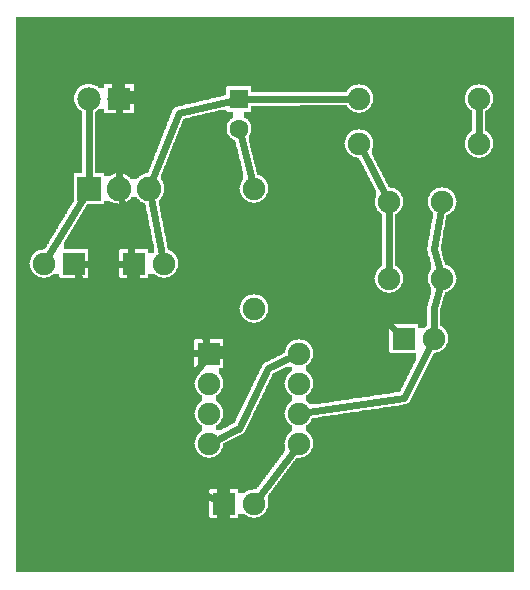
<source format=gtl>
G04 MADE WITH FRITZING*
G04 WWW.FRITZING.ORG*
G04 DOUBLE SIDED*
G04 HOLES PLATED*
G04 CONTOUR ON CENTER OF CONTOUR VECTOR*
%ASAXBY*%
%FSLAX23Y23*%
%MOIN*%
%OFA0B0*%
%SFA1.0B1.0*%
%ADD10C,0.075000*%
%ADD11C,0.062992*%
%ADD12C,0.082000*%
%ADD13C,0.078000*%
%ADD14R,0.075000X0.075000*%
%ADD15R,0.062992X0.062992*%
%ADD16R,0.082000X0.082000*%
%ADD17R,0.078000X0.078000*%
%ADD18C,0.024000*%
%LNCOPPER1*%
G90*
G70*
G54D10*
X122Y1816D03*
X682Y771D03*
X982Y771D03*
X682Y671D03*
X982Y671D03*
X682Y571D03*
X982Y571D03*
X682Y471D03*
X982Y471D03*
X1582Y1621D03*
X1182Y1621D03*
X1182Y1471D03*
X1582Y1471D03*
X1332Y821D03*
X1432Y821D03*
X732Y271D03*
X832Y271D03*
X832Y921D03*
X832Y1321D03*
G54D11*
X782Y1620D03*
X782Y1521D03*
G54D10*
X1282Y1021D03*
X1282Y1277D03*
X1460Y1021D03*
X1460Y1277D03*
G54D12*
X282Y1321D03*
X382Y1321D03*
X482Y1321D03*
G54D10*
X232Y1071D03*
X132Y1071D03*
X432Y1071D03*
X532Y1071D03*
G54D13*
X382Y1621D03*
X282Y1621D03*
G54D14*
X682Y771D03*
X1332Y821D03*
X732Y271D03*
G54D15*
X782Y1620D03*
G54D16*
X282Y1321D03*
G54D14*
X232Y1071D03*
X432Y1071D03*
G54D17*
X382Y1621D03*
G54D18*
X282Y1353D02*
X282Y1591D01*
D02*
X382Y1353D02*
X382Y1591D01*
D02*
X147Y1096D02*
X266Y1294D01*
D02*
X282Y923D02*
X241Y1044D01*
D02*
X483Y773D02*
X282Y923D01*
D02*
X654Y772D02*
X483Y773D01*
D02*
X527Y1099D02*
X489Y1290D01*
D02*
X581Y1572D02*
X494Y1351D01*
D02*
X756Y1614D02*
X581Y1572D01*
D02*
X809Y1620D02*
X1154Y1621D01*
D02*
X789Y1495D02*
X826Y1349D01*
D02*
X1582Y1500D02*
X1582Y1593D01*
D02*
X1269Y1303D02*
X1196Y1446D01*
D02*
X1282Y1050D02*
X1282Y1249D01*
D02*
X1334Y623D02*
X1011Y575D01*
D02*
X1420Y796D02*
X1334Y623D01*
D02*
X1432Y923D02*
X1452Y994D01*
D02*
X1432Y850D02*
X1432Y923D01*
D02*
X427Y1099D02*
X389Y1290D01*
D02*
X404Y1071D02*
X261Y1071D01*
D02*
X1432Y1119D02*
X1455Y1249D01*
D02*
X1452Y1049D02*
X1432Y1119D01*
D02*
X850Y294D02*
X965Y448D01*
D02*
X534Y572D02*
X665Y748D01*
D02*
X534Y371D02*
X534Y572D01*
D02*
X707Y284D02*
X534Y371D01*
D02*
X708Y484D02*
X781Y522D01*
D02*
X880Y722D02*
X957Y759D01*
D02*
X782Y521D02*
X880Y722D01*
D02*
X781Y522D02*
X782Y521D01*
D02*
X1334Y820D02*
X1351Y799D01*
D02*
X731Y1119D02*
X932Y1119D01*
D02*
X1034Y1021D02*
X1184Y970D01*
D02*
X932Y1119D02*
X1034Y1021D01*
D02*
X1184Y970D02*
X1334Y820D01*
D02*
X632Y970D02*
X731Y1119D01*
D02*
X675Y799D02*
X632Y970D01*
G36*
X40Y1892D02*
X40Y1670D01*
X1586Y1670D01*
X1586Y1668D01*
X1596Y1668D01*
X1596Y1666D01*
X1602Y1666D01*
X1602Y1664D01*
X1606Y1664D01*
X1606Y1662D01*
X1608Y1662D01*
X1608Y1660D01*
X1612Y1660D01*
X1612Y1658D01*
X1614Y1658D01*
X1614Y1656D01*
X1616Y1656D01*
X1616Y1654D01*
X1618Y1654D01*
X1618Y1652D01*
X1620Y1652D01*
X1620Y1650D01*
X1622Y1650D01*
X1622Y1646D01*
X1624Y1646D01*
X1624Y1642D01*
X1626Y1642D01*
X1626Y1638D01*
X1628Y1638D01*
X1628Y1630D01*
X1630Y1630D01*
X1630Y1612D01*
X1628Y1612D01*
X1628Y1606D01*
X1626Y1606D01*
X1626Y1602D01*
X1624Y1602D01*
X1624Y1598D01*
X1622Y1598D01*
X1622Y1594D01*
X1620Y1594D01*
X1620Y1592D01*
X1618Y1592D01*
X1618Y1590D01*
X1616Y1590D01*
X1616Y1588D01*
X1614Y1588D01*
X1614Y1586D01*
X1612Y1586D01*
X1612Y1584D01*
X1610Y1584D01*
X1610Y1582D01*
X1606Y1582D01*
X1606Y1580D01*
X1604Y1580D01*
X1604Y1514D01*
X1606Y1514D01*
X1606Y1512D01*
X1608Y1512D01*
X1608Y1510D01*
X1612Y1510D01*
X1612Y1508D01*
X1614Y1508D01*
X1614Y1506D01*
X1616Y1506D01*
X1616Y1504D01*
X1618Y1504D01*
X1618Y1502D01*
X1620Y1502D01*
X1620Y1500D01*
X1622Y1500D01*
X1622Y1496D01*
X1624Y1496D01*
X1624Y1492D01*
X1626Y1492D01*
X1626Y1488D01*
X1628Y1488D01*
X1628Y1480D01*
X1630Y1480D01*
X1630Y1462D01*
X1628Y1462D01*
X1628Y1456D01*
X1626Y1456D01*
X1626Y1452D01*
X1624Y1452D01*
X1624Y1448D01*
X1622Y1448D01*
X1622Y1444D01*
X1620Y1444D01*
X1620Y1442D01*
X1618Y1442D01*
X1618Y1440D01*
X1616Y1440D01*
X1616Y1438D01*
X1614Y1438D01*
X1614Y1436D01*
X1612Y1436D01*
X1612Y1434D01*
X1610Y1434D01*
X1610Y1432D01*
X1606Y1432D01*
X1606Y1430D01*
X1602Y1430D01*
X1602Y1428D01*
X1598Y1428D01*
X1598Y1426D01*
X1590Y1426D01*
X1590Y1424D01*
X1698Y1424D01*
X1698Y1892D01*
X40Y1892D01*
G37*
D02*
G36*
X40Y1670D02*
X40Y1024D01*
X126Y1024D01*
X126Y1026D01*
X118Y1026D01*
X118Y1028D01*
X112Y1028D01*
X112Y1030D01*
X108Y1030D01*
X108Y1032D01*
X106Y1032D01*
X106Y1034D01*
X102Y1034D01*
X102Y1036D01*
X100Y1036D01*
X100Y1038D01*
X98Y1038D01*
X98Y1040D01*
X96Y1040D01*
X96Y1042D01*
X94Y1042D01*
X94Y1046D01*
X92Y1046D01*
X92Y1050D01*
X90Y1050D01*
X90Y1052D01*
X88Y1052D01*
X88Y1058D01*
X86Y1058D01*
X86Y1070D01*
X84Y1070D01*
X84Y1072D01*
X86Y1072D01*
X86Y1084D01*
X88Y1084D01*
X88Y1090D01*
X90Y1090D01*
X90Y1094D01*
X92Y1094D01*
X92Y1098D01*
X94Y1098D01*
X94Y1100D01*
X96Y1100D01*
X96Y1104D01*
X98Y1104D01*
X98Y1106D01*
X100Y1106D01*
X100Y1108D01*
X104Y1108D01*
X104Y1110D01*
X106Y1110D01*
X106Y1112D01*
X110Y1112D01*
X110Y1114D01*
X112Y1114D01*
X112Y1116D01*
X118Y1116D01*
X118Y1118D01*
X128Y1118D01*
X128Y1120D01*
X136Y1120D01*
X136Y1122D01*
X138Y1122D01*
X138Y1126D01*
X140Y1126D01*
X140Y1128D01*
X142Y1128D01*
X142Y1132D01*
X144Y1132D01*
X144Y1136D01*
X146Y1136D01*
X146Y1138D01*
X148Y1138D01*
X148Y1142D01*
X150Y1142D01*
X150Y1146D01*
X152Y1146D01*
X152Y1148D01*
X154Y1148D01*
X154Y1152D01*
X156Y1152D01*
X156Y1156D01*
X158Y1156D01*
X158Y1158D01*
X160Y1158D01*
X160Y1162D01*
X162Y1162D01*
X162Y1166D01*
X164Y1166D01*
X164Y1168D01*
X166Y1168D01*
X166Y1172D01*
X168Y1172D01*
X168Y1176D01*
X170Y1176D01*
X170Y1178D01*
X172Y1178D01*
X172Y1182D01*
X174Y1182D01*
X174Y1186D01*
X176Y1186D01*
X176Y1188D01*
X178Y1188D01*
X178Y1192D01*
X180Y1192D01*
X180Y1196D01*
X182Y1196D01*
X182Y1198D01*
X184Y1198D01*
X184Y1202D01*
X186Y1202D01*
X186Y1206D01*
X188Y1206D01*
X188Y1208D01*
X190Y1208D01*
X190Y1212D01*
X192Y1212D01*
X192Y1216D01*
X194Y1216D01*
X194Y1218D01*
X196Y1218D01*
X196Y1222D01*
X198Y1222D01*
X198Y1226D01*
X200Y1226D01*
X200Y1228D01*
X202Y1228D01*
X202Y1232D01*
X204Y1232D01*
X204Y1236D01*
X206Y1236D01*
X206Y1238D01*
X208Y1238D01*
X208Y1242D01*
X210Y1242D01*
X210Y1246D01*
X212Y1246D01*
X212Y1248D01*
X214Y1248D01*
X214Y1252D01*
X216Y1252D01*
X216Y1256D01*
X218Y1256D01*
X218Y1258D01*
X220Y1258D01*
X220Y1262D01*
X222Y1262D01*
X222Y1266D01*
X224Y1266D01*
X224Y1268D01*
X226Y1268D01*
X226Y1272D01*
X228Y1272D01*
X228Y1276D01*
X230Y1276D01*
X230Y1278D01*
X232Y1278D01*
X232Y1372D01*
X260Y1372D01*
X260Y1580D01*
X256Y1580D01*
X256Y1582D01*
X252Y1582D01*
X252Y1584D01*
X250Y1584D01*
X250Y1586D01*
X248Y1586D01*
X248Y1588D01*
X246Y1588D01*
X246Y1590D01*
X244Y1590D01*
X244Y1594D01*
X242Y1594D01*
X242Y1596D01*
X240Y1596D01*
X240Y1600D01*
X238Y1600D01*
X238Y1604D01*
X236Y1604D01*
X236Y1610D01*
X234Y1610D01*
X234Y1634D01*
X236Y1634D01*
X236Y1640D01*
X238Y1640D01*
X238Y1644D01*
X240Y1644D01*
X240Y1648D01*
X242Y1648D01*
X242Y1650D01*
X244Y1650D01*
X244Y1652D01*
X246Y1652D01*
X246Y1656D01*
X248Y1656D01*
X248Y1658D01*
X250Y1658D01*
X250Y1660D01*
X254Y1660D01*
X254Y1662D01*
X256Y1662D01*
X256Y1664D01*
X260Y1664D01*
X260Y1666D01*
X264Y1666D01*
X264Y1668D01*
X270Y1668D01*
X270Y1670D01*
X40Y1670D01*
G37*
D02*
G36*
X294Y1670D02*
X294Y1668D01*
X302Y1668D01*
X302Y1666D01*
X304Y1666D01*
X304Y1664D01*
X308Y1664D01*
X308Y1662D01*
X312Y1662D01*
X312Y1660D01*
X314Y1660D01*
X314Y1658D01*
X334Y1658D01*
X334Y1670D01*
X294Y1670D01*
G37*
D02*
G36*
X432Y1670D02*
X432Y1662D01*
X824Y1662D01*
X824Y1642D01*
X982Y1642D01*
X982Y1644D01*
X1142Y1644D01*
X1142Y1648D01*
X1144Y1648D01*
X1144Y1650D01*
X1146Y1650D01*
X1146Y1654D01*
X1148Y1654D01*
X1148Y1656D01*
X1150Y1656D01*
X1150Y1658D01*
X1154Y1658D01*
X1154Y1660D01*
X1156Y1660D01*
X1156Y1662D01*
X1160Y1662D01*
X1160Y1664D01*
X1162Y1664D01*
X1162Y1666D01*
X1168Y1666D01*
X1168Y1668D01*
X1178Y1668D01*
X1178Y1670D01*
X432Y1670D01*
G37*
D02*
G36*
X1186Y1670D02*
X1186Y1668D01*
X1196Y1668D01*
X1196Y1666D01*
X1202Y1666D01*
X1202Y1664D01*
X1206Y1664D01*
X1206Y1662D01*
X1208Y1662D01*
X1208Y1660D01*
X1212Y1660D01*
X1212Y1658D01*
X1214Y1658D01*
X1214Y1656D01*
X1216Y1656D01*
X1216Y1654D01*
X1218Y1654D01*
X1218Y1652D01*
X1220Y1652D01*
X1220Y1650D01*
X1222Y1650D01*
X1222Y1646D01*
X1224Y1646D01*
X1224Y1642D01*
X1226Y1642D01*
X1226Y1638D01*
X1228Y1638D01*
X1228Y1630D01*
X1230Y1630D01*
X1230Y1612D01*
X1228Y1612D01*
X1228Y1606D01*
X1226Y1606D01*
X1226Y1602D01*
X1224Y1602D01*
X1224Y1598D01*
X1222Y1598D01*
X1222Y1594D01*
X1220Y1594D01*
X1220Y1592D01*
X1218Y1592D01*
X1218Y1590D01*
X1216Y1590D01*
X1216Y1588D01*
X1214Y1588D01*
X1214Y1586D01*
X1212Y1586D01*
X1212Y1584D01*
X1210Y1584D01*
X1210Y1582D01*
X1206Y1582D01*
X1206Y1580D01*
X1202Y1580D01*
X1202Y1578D01*
X1198Y1578D01*
X1198Y1576D01*
X1190Y1576D01*
X1190Y1574D01*
X1560Y1574D01*
X1560Y1580D01*
X1558Y1580D01*
X1558Y1582D01*
X1556Y1582D01*
X1556Y1584D01*
X1552Y1584D01*
X1552Y1586D01*
X1550Y1586D01*
X1550Y1588D01*
X1548Y1588D01*
X1548Y1590D01*
X1546Y1590D01*
X1546Y1592D01*
X1544Y1592D01*
X1544Y1596D01*
X1542Y1596D01*
X1542Y1600D01*
X1540Y1600D01*
X1540Y1602D01*
X1538Y1602D01*
X1538Y1608D01*
X1536Y1608D01*
X1536Y1634D01*
X1538Y1634D01*
X1538Y1640D01*
X1540Y1640D01*
X1540Y1644D01*
X1542Y1644D01*
X1542Y1648D01*
X1544Y1648D01*
X1544Y1650D01*
X1546Y1650D01*
X1546Y1654D01*
X1548Y1654D01*
X1548Y1656D01*
X1550Y1656D01*
X1550Y1658D01*
X1554Y1658D01*
X1554Y1660D01*
X1556Y1660D01*
X1556Y1662D01*
X1560Y1662D01*
X1560Y1664D01*
X1562Y1664D01*
X1562Y1666D01*
X1568Y1666D01*
X1568Y1668D01*
X1578Y1668D01*
X1578Y1670D01*
X1186Y1670D01*
G37*
D02*
G36*
X432Y1662D02*
X432Y1574D01*
X430Y1574D01*
X430Y1572D01*
X558Y1572D01*
X558Y1576D01*
X560Y1576D01*
X560Y1582D01*
X562Y1582D01*
X562Y1586D01*
X564Y1586D01*
X564Y1588D01*
X566Y1588D01*
X566Y1590D01*
X568Y1590D01*
X568Y1592D01*
X572Y1592D01*
X572Y1594D01*
X578Y1594D01*
X578Y1596D01*
X588Y1596D01*
X588Y1598D01*
X596Y1598D01*
X596Y1600D01*
X604Y1600D01*
X604Y1602D01*
X614Y1602D01*
X614Y1604D01*
X622Y1604D01*
X622Y1606D01*
X630Y1606D01*
X630Y1608D01*
X638Y1608D01*
X638Y1610D01*
X648Y1610D01*
X648Y1612D01*
X656Y1612D01*
X656Y1614D01*
X664Y1614D01*
X664Y1616D01*
X672Y1616D01*
X672Y1618D01*
X682Y1618D01*
X682Y1620D01*
X690Y1620D01*
X690Y1622D01*
X698Y1622D01*
X698Y1624D01*
X706Y1624D01*
X706Y1626D01*
X716Y1626D01*
X716Y1628D01*
X724Y1628D01*
X724Y1630D01*
X732Y1630D01*
X732Y1632D01*
X740Y1632D01*
X740Y1660D01*
X742Y1660D01*
X742Y1662D01*
X432Y1662D01*
G37*
D02*
G36*
X986Y1600D02*
X986Y1598D01*
X824Y1598D01*
X824Y1578D01*
X800Y1578D01*
X800Y1574D01*
X1176Y1574D01*
X1176Y1576D01*
X1168Y1576D01*
X1168Y1578D01*
X1162Y1578D01*
X1162Y1580D01*
X1158Y1580D01*
X1158Y1582D01*
X1156Y1582D01*
X1156Y1584D01*
X1152Y1584D01*
X1152Y1586D01*
X1150Y1586D01*
X1150Y1588D01*
X1148Y1588D01*
X1148Y1590D01*
X1146Y1590D01*
X1146Y1592D01*
X1144Y1592D01*
X1144Y1596D01*
X1142Y1596D01*
X1142Y1600D01*
X986Y1600D01*
G37*
D02*
G36*
X314Y1586D02*
X314Y1584D01*
X312Y1584D01*
X312Y1582D01*
X310Y1582D01*
X310Y1580D01*
X306Y1580D01*
X306Y1578D01*
X304Y1578D01*
X304Y1572D01*
X334Y1572D01*
X334Y1586D01*
X314Y1586D01*
G37*
D02*
G36*
X720Y1584D02*
X720Y1582D01*
X712Y1582D01*
X712Y1580D01*
X704Y1580D01*
X704Y1578D01*
X694Y1578D01*
X694Y1576D01*
X686Y1576D01*
X686Y1574D01*
X678Y1574D01*
X678Y1572D01*
X670Y1572D01*
X670Y1570D01*
X660Y1570D01*
X660Y1568D01*
X652Y1568D01*
X652Y1566D01*
X644Y1566D01*
X644Y1564D01*
X636Y1564D01*
X636Y1562D01*
X626Y1562D01*
X626Y1560D01*
X618Y1560D01*
X618Y1558D01*
X610Y1558D01*
X610Y1556D01*
X602Y1556D01*
X602Y1554D01*
X596Y1554D01*
X596Y1548D01*
X594Y1548D01*
X594Y1542D01*
X592Y1542D01*
X592Y1538D01*
X590Y1538D01*
X590Y1532D01*
X588Y1532D01*
X588Y1528D01*
X586Y1528D01*
X586Y1522D01*
X584Y1522D01*
X584Y1518D01*
X582Y1518D01*
X582Y1512D01*
X580Y1512D01*
X580Y1508D01*
X578Y1508D01*
X578Y1502D01*
X576Y1502D01*
X576Y1498D01*
X574Y1498D01*
X574Y1492D01*
X572Y1492D01*
X572Y1486D01*
X570Y1486D01*
X570Y1482D01*
X568Y1482D01*
X568Y1476D01*
X566Y1476D01*
X566Y1472D01*
X564Y1472D01*
X564Y1466D01*
X562Y1466D01*
X562Y1462D01*
X560Y1462D01*
X560Y1456D01*
X558Y1456D01*
X558Y1452D01*
X556Y1452D01*
X556Y1446D01*
X554Y1446D01*
X554Y1442D01*
X552Y1442D01*
X552Y1436D01*
X550Y1436D01*
X550Y1432D01*
X548Y1432D01*
X548Y1426D01*
X546Y1426D01*
X546Y1420D01*
X544Y1420D01*
X544Y1416D01*
X542Y1416D01*
X542Y1410D01*
X540Y1410D01*
X540Y1406D01*
X538Y1406D01*
X538Y1400D01*
X536Y1400D01*
X536Y1396D01*
X534Y1396D01*
X534Y1390D01*
X532Y1390D01*
X532Y1386D01*
X530Y1386D01*
X530Y1380D01*
X528Y1380D01*
X528Y1376D01*
X526Y1376D01*
X526Y1370D01*
X524Y1370D01*
X524Y1350D01*
X526Y1350D01*
X526Y1346D01*
X528Y1346D01*
X528Y1342D01*
X530Y1342D01*
X530Y1338D01*
X532Y1338D01*
X532Y1328D01*
X534Y1328D01*
X534Y1316D01*
X532Y1316D01*
X532Y1306D01*
X530Y1306D01*
X530Y1302D01*
X528Y1302D01*
X528Y1298D01*
X526Y1298D01*
X526Y1294D01*
X524Y1294D01*
X524Y1292D01*
X522Y1292D01*
X522Y1288D01*
X520Y1288D01*
X520Y1286D01*
X518Y1286D01*
X518Y1284D01*
X516Y1284D01*
X516Y1274D01*
X826Y1274D01*
X826Y1276D01*
X818Y1276D01*
X818Y1278D01*
X812Y1278D01*
X812Y1280D01*
X808Y1280D01*
X808Y1282D01*
X806Y1282D01*
X806Y1284D01*
X802Y1284D01*
X802Y1286D01*
X800Y1286D01*
X800Y1288D01*
X798Y1288D01*
X798Y1290D01*
X796Y1290D01*
X796Y1292D01*
X794Y1292D01*
X794Y1296D01*
X792Y1296D01*
X792Y1300D01*
X790Y1300D01*
X790Y1302D01*
X788Y1302D01*
X788Y1308D01*
X786Y1308D01*
X786Y1320D01*
X784Y1320D01*
X784Y1322D01*
X786Y1322D01*
X786Y1334D01*
X788Y1334D01*
X788Y1340D01*
X790Y1340D01*
X790Y1344D01*
X792Y1344D01*
X792Y1348D01*
X794Y1348D01*
X794Y1350D01*
X796Y1350D01*
X796Y1380D01*
X794Y1380D01*
X794Y1388D01*
X792Y1388D01*
X792Y1396D01*
X790Y1396D01*
X790Y1404D01*
X788Y1404D01*
X788Y1412D01*
X786Y1412D01*
X786Y1420D01*
X784Y1420D01*
X784Y1428D01*
X782Y1428D01*
X782Y1436D01*
X780Y1436D01*
X780Y1444D01*
X778Y1444D01*
X778Y1452D01*
X776Y1452D01*
X776Y1460D01*
X774Y1460D01*
X774Y1468D01*
X772Y1468D01*
X772Y1476D01*
X770Y1476D01*
X770Y1482D01*
X768Y1482D01*
X768Y1484D01*
X764Y1484D01*
X764Y1486D01*
X760Y1486D01*
X760Y1488D01*
X758Y1488D01*
X758Y1490D01*
X754Y1490D01*
X754Y1492D01*
X752Y1492D01*
X752Y1496D01*
X750Y1496D01*
X750Y1498D01*
X748Y1498D01*
X748Y1500D01*
X746Y1500D01*
X746Y1504D01*
X744Y1504D01*
X744Y1510D01*
X742Y1510D01*
X742Y1534D01*
X744Y1534D01*
X744Y1540D01*
X746Y1540D01*
X746Y1542D01*
X748Y1542D01*
X748Y1546D01*
X750Y1546D01*
X750Y1548D01*
X752Y1548D01*
X752Y1550D01*
X754Y1550D01*
X754Y1552D01*
X756Y1552D01*
X756Y1554D01*
X758Y1554D01*
X758Y1556D01*
X760Y1556D01*
X760Y1558D01*
X764Y1558D01*
X764Y1578D01*
X742Y1578D01*
X742Y1580D01*
X740Y1580D01*
X740Y1584D01*
X720Y1584D01*
G37*
D02*
G36*
X800Y1574D02*
X800Y1572D01*
X1560Y1572D01*
X1560Y1574D01*
X800Y1574D01*
G37*
D02*
G36*
X800Y1574D02*
X800Y1572D01*
X1560Y1572D01*
X1560Y1574D01*
X800Y1574D01*
G37*
D02*
G36*
X304Y1572D02*
X304Y1570D01*
X556Y1570D01*
X556Y1572D01*
X304Y1572D01*
G37*
D02*
G36*
X304Y1572D02*
X304Y1570D01*
X556Y1570D01*
X556Y1572D01*
X304Y1572D01*
G37*
D02*
G36*
X800Y1572D02*
X800Y1558D01*
X804Y1558D01*
X804Y1556D01*
X806Y1556D01*
X806Y1554D01*
X810Y1554D01*
X810Y1552D01*
X812Y1552D01*
X812Y1550D01*
X814Y1550D01*
X814Y1548D01*
X816Y1548D01*
X816Y1544D01*
X818Y1544D01*
X818Y1540D01*
X820Y1540D01*
X820Y1536D01*
X822Y1536D01*
X822Y1530D01*
X824Y1530D01*
X824Y1520D01*
X1186Y1520D01*
X1186Y1518D01*
X1196Y1518D01*
X1196Y1516D01*
X1202Y1516D01*
X1202Y1514D01*
X1206Y1514D01*
X1206Y1512D01*
X1208Y1512D01*
X1208Y1510D01*
X1212Y1510D01*
X1212Y1508D01*
X1214Y1508D01*
X1214Y1506D01*
X1216Y1506D01*
X1216Y1504D01*
X1218Y1504D01*
X1218Y1502D01*
X1220Y1502D01*
X1220Y1500D01*
X1222Y1500D01*
X1222Y1496D01*
X1224Y1496D01*
X1224Y1492D01*
X1226Y1492D01*
X1226Y1488D01*
X1228Y1488D01*
X1228Y1480D01*
X1230Y1480D01*
X1230Y1462D01*
X1228Y1462D01*
X1228Y1456D01*
X1226Y1456D01*
X1226Y1434D01*
X1228Y1434D01*
X1228Y1430D01*
X1230Y1430D01*
X1230Y1426D01*
X1232Y1426D01*
X1232Y1424D01*
X1576Y1424D01*
X1576Y1426D01*
X1568Y1426D01*
X1568Y1428D01*
X1562Y1428D01*
X1562Y1430D01*
X1558Y1430D01*
X1558Y1432D01*
X1556Y1432D01*
X1556Y1434D01*
X1552Y1434D01*
X1552Y1436D01*
X1550Y1436D01*
X1550Y1438D01*
X1548Y1438D01*
X1548Y1440D01*
X1546Y1440D01*
X1546Y1442D01*
X1544Y1442D01*
X1544Y1446D01*
X1542Y1446D01*
X1542Y1450D01*
X1540Y1450D01*
X1540Y1452D01*
X1538Y1452D01*
X1538Y1458D01*
X1536Y1458D01*
X1536Y1484D01*
X1538Y1484D01*
X1538Y1490D01*
X1540Y1490D01*
X1540Y1494D01*
X1542Y1494D01*
X1542Y1498D01*
X1544Y1498D01*
X1544Y1500D01*
X1546Y1500D01*
X1546Y1504D01*
X1548Y1504D01*
X1548Y1506D01*
X1550Y1506D01*
X1550Y1508D01*
X1554Y1508D01*
X1554Y1510D01*
X1556Y1510D01*
X1556Y1512D01*
X1560Y1512D01*
X1560Y1572D01*
X800Y1572D01*
G37*
D02*
G36*
X304Y1570D02*
X304Y1372D01*
X396Y1372D01*
X396Y1370D01*
X402Y1370D01*
X402Y1368D01*
X406Y1368D01*
X406Y1366D01*
X410Y1366D01*
X410Y1364D01*
X412Y1364D01*
X412Y1362D01*
X414Y1362D01*
X414Y1360D01*
X418Y1360D01*
X418Y1358D01*
X420Y1358D01*
X420Y1354D01*
X422Y1354D01*
X422Y1352D01*
X442Y1352D01*
X442Y1354D01*
X444Y1354D01*
X444Y1356D01*
X446Y1356D01*
X446Y1358D01*
X448Y1358D01*
X448Y1360D01*
X450Y1360D01*
X450Y1362D01*
X452Y1362D01*
X452Y1364D01*
X456Y1364D01*
X456Y1366D01*
X460Y1366D01*
X460Y1368D01*
X464Y1368D01*
X464Y1370D01*
X470Y1370D01*
X470Y1372D01*
X478Y1372D01*
X478Y1374D01*
X480Y1374D01*
X480Y1378D01*
X482Y1378D01*
X482Y1384D01*
X484Y1384D01*
X484Y1388D01*
X486Y1388D01*
X486Y1394D01*
X488Y1394D01*
X488Y1398D01*
X490Y1398D01*
X490Y1404D01*
X492Y1404D01*
X492Y1408D01*
X494Y1408D01*
X494Y1414D01*
X496Y1414D01*
X496Y1418D01*
X498Y1418D01*
X498Y1424D01*
X500Y1424D01*
X500Y1430D01*
X502Y1430D01*
X502Y1434D01*
X504Y1434D01*
X504Y1440D01*
X506Y1440D01*
X506Y1444D01*
X508Y1444D01*
X508Y1450D01*
X510Y1450D01*
X510Y1454D01*
X512Y1454D01*
X512Y1460D01*
X514Y1460D01*
X514Y1464D01*
X516Y1464D01*
X516Y1470D01*
X518Y1470D01*
X518Y1474D01*
X520Y1474D01*
X520Y1480D01*
X522Y1480D01*
X522Y1486D01*
X524Y1486D01*
X524Y1490D01*
X526Y1490D01*
X526Y1496D01*
X528Y1496D01*
X528Y1500D01*
X530Y1500D01*
X530Y1506D01*
X532Y1506D01*
X532Y1510D01*
X534Y1510D01*
X534Y1516D01*
X536Y1516D01*
X536Y1520D01*
X538Y1520D01*
X538Y1526D01*
X540Y1526D01*
X540Y1530D01*
X542Y1530D01*
X542Y1536D01*
X544Y1536D01*
X544Y1542D01*
X546Y1542D01*
X546Y1546D01*
X548Y1546D01*
X548Y1552D01*
X550Y1552D01*
X550Y1556D01*
X552Y1556D01*
X552Y1562D01*
X554Y1562D01*
X554Y1566D01*
X556Y1566D01*
X556Y1570D01*
X304Y1570D01*
G37*
D02*
G36*
X824Y1520D02*
X824Y1514D01*
X822Y1514D01*
X822Y1506D01*
X820Y1506D01*
X820Y1502D01*
X818Y1502D01*
X818Y1500D01*
X816Y1500D01*
X816Y1474D01*
X818Y1474D01*
X818Y1466D01*
X820Y1466D01*
X820Y1458D01*
X822Y1458D01*
X822Y1450D01*
X824Y1450D01*
X824Y1442D01*
X826Y1442D01*
X826Y1434D01*
X828Y1434D01*
X828Y1426D01*
X830Y1426D01*
X830Y1418D01*
X832Y1418D01*
X832Y1410D01*
X834Y1410D01*
X834Y1402D01*
X836Y1402D01*
X836Y1394D01*
X838Y1394D01*
X838Y1386D01*
X840Y1386D01*
X840Y1378D01*
X842Y1378D01*
X842Y1370D01*
X844Y1370D01*
X844Y1368D01*
X846Y1368D01*
X846Y1366D01*
X852Y1366D01*
X852Y1364D01*
X856Y1364D01*
X856Y1362D01*
X858Y1362D01*
X858Y1360D01*
X862Y1360D01*
X862Y1358D01*
X864Y1358D01*
X864Y1356D01*
X866Y1356D01*
X866Y1354D01*
X868Y1354D01*
X868Y1352D01*
X870Y1352D01*
X870Y1350D01*
X872Y1350D01*
X872Y1346D01*
X874Y1346D01*
X874Y1342D01*
X876Y1342D01*
X876Y1338D01*
X878Y1338D01*
X878Y1330D01*
X880Y1330D01*
X880Y1312D01*
X878Y1312D01*
X878Y1306D01*
X876Y1306D01*
X876Y1302D01*
X874Y1302D01*
X874Y1298D01*
X872Y1298D01*
X872Y1294D01*
X870Y1294D01*
X870Y1292D01*
X868Y1292D01*
X868Y1290D01*
X866Y1290D01*
X866Y1288D01*
X864Y1288D01*
X864Y1286D01*
X862Y1286D01*
X862Y1284D01*
X860Y1284D01*
X860Y1282D01*
X856Y1282D01*
X856Y1280D01*
X852Y1280D01*
X852Y1278D01*
X848Y1278D01*
X848Y1276D01*
X840Y1276D01*
X840Y1274D01*
X1236Y1274D01*
X1236Y1276D01*
X1234Y1276D01*
X1234Y1278D01*
X1236Y1278D01*
X1236Y1290D01*
X1238Y1290D01*
X1238Y1318D01*
X1236Y1318D01*
X1236Y1322D01*
X1234Y1322D01*
X1234Y1326D01*
X1232Y1326D01*
X1232Y1330D01*
X1230Y1330D01*
X1230Y1334D01*
X1228Y1334D01*
X1228Y1338D01*
X1226Y1338D01*
X1226Y1342D01*
X1224Y1342D01*
X1224Y1346D01*
X1222Y1346D01*
X1222Y1348D01*
X1220Y1348D01*
X1220Y1352D01*
X1218Y1352D01*
X1218Y1356D01*
X1216Y1356D01*
X1216Y1360D01*
X1214Y1360D01*
X1214Y1364D01*
X1212Y1364D01*
X1212Y1368D01*
X1210Y1368D01*
X1210Y1372D01*
X1208Y1372D01*
X1208Y1376D01*
X1206Y1376D01*
X1206Y1380D01*
X1204Y1380D01*
X1204Y1384D01*
X1202Y1384D01*
X1202Y1388D01*
X1200Y1388D01*
X1200Y1392D01*
X1198Y1392D01*
X1198Y1396D01*
X1196Y1396D01*
X1196Y1400D01*
X1194Y1400D01*
X1194Y1404D01*
X1192Y1404D01*
X1192Y1408D01*
X1190Y1408D01*
X1190Y1410D01*
X1188Y1410D01*
X1188Y1414D01*
X1186Y1414D01*
X1186Y1418D01*
X1184Y1418D01*
X1184Y1422D01*
X1182Y1422D01*
X1182Y1424D01*
X1176Y1424D01*
X1176Y1426D01*
X1168Y1426D01*
X1168Y1428D01*
X1162Y1428D01*
X1162Y1430D01*
X1158Y1430D01*
X1158Y1432D01*
X1156Y1432D01*
X1156Y1434D01*
X1152Y1434D01*
X1152Y1436D01*
X1150Y1436D01*
X1150Y1438D01*
X1148Y1438D01*
X1148Y1440D01*
X1146Y1440D01*
X1146Y1442D01*
X1144Y1442D01*
X1144Y1446D01*
X1142Y1446D01*
X1142Y1450D01*
X1140Y1450D01*
X1140Y1452D01*
X1138Y1452D01*
X1138Y1458D01*
X1136Y1458D01*
X1136Y1470D01*
X1134Y1470D01*
X1134Y1472D01*
X1136Y1472D01*
X1136Y1484D01*
X1138Y1484D01*
X1138Y1490D01*
X1140Y1490D01*
X1140Y1494D01*
X1142Y1494D01*
X1142Y1498D01*
X1144Y1498D01*
X1144Y1500D01*
X1146Y1500D01*
X1146Y1504D01*
X1148Y1504D01*
X1148Y1506D01*
X1150Y1506D01*
X1150Y1508D01*
X1154Y1508D01*
X1154Y1510D01*
X1156Y1510D01*
X1156Y1512D01*
X1160Y1512D01*
X1160Y1514D01*
X1162Y1514D01*
X1162Y1516D01*
X1168Y1516D01*
X1168Y1518D01*
X1178Y1518D01*
X1178Y1520D01*
X824Y1520D01*
G37*
D02*
G36*
X1232Y1424D02*
X1232Y1422D01*
X1698Y1422D01*
X1698Y1424D01*
X1232Y1424D01*
G37*
D02*
G36*
X1232Y1424D02*
X1232Y1422D01*
X1698Y1422D01*
X1698Y1424D01*
X1232Y1424D01*
G37*
D02*
G36*
X1234Y1422D02*
X1234Y1418D01*
X1236Y1418D01*
X1236Y1414D01*
X1238Y1414D01*
X1238Y1410D01*
X1240Y1410D01*
X1240Y1406D01*
X1242Y1406D01*
X1242Y1402D01*
X1244Y1402D01*
X1244Y1398D01*
X1246Y1398D01*
X1246Y1394D01*
X1248Y1394D01*
X1248Y1390D01*
X1250Y1390D01*
X1250Y1386D01*
X1252Y1386D01*
X1252Y1382D01*
X1254Y1382D01*
X1254Y1380D01*
X1256Y1380D01*
X1256Y1376D01*
X1258Y1376D01*
X1258Y1372D01*
X1260Y1372D01*
X1260Y1368D01*
X1262Y1368D01*
X1262Y1364D01*
X1264Y1364D01*
X1264Y1360D01*
X1266Y1360D01*
X1266Y1356D01*
X1268Y1356D01*
X1268Y1352D01*
X1270Y1352D01*
X1270Y1348D01*
X1272Y1348D01*
X1272Y1344D01*
X1274Y1344D01*
X1274Y1340D01*
X1276Y1340D01*
X1276Y1336D01*
X1278Y1336D01*
X1278Y1332D01*
X1280Y1332D01*
X1280Y1328D01*
X1282Y1328D01*
X1282Y1326D01*
X1462Y1326D01*
X1462Y1324D01*
X1472Y1324D01*
X1472Y1322D01*
X1478Y1322D01*
X1478Y1320D01*
X1482Y1320D01*
X1482Y1318D01*
X1486Y1318D01*
X1486Y1316D01*
X1488Y1316D01*
X1488Y1314D01*
X1492Y1314D01*
X1492Y1312D01*
X1494Y1312D01*
X1494Y1310D01*
X1496Y1310D01*
X1496Y1306D01*
X1498Y1306D01*
X1498Y1304D01*
X1500Y1304D01*
X1500Y1300D01*
X1502Y1300D01*
X1502Y1296D01*
X1504Y1296D01*
X1504Y1290D01*
X1506Y1290D01*
X1506Y1280D01*
X1508Y1280D01*
X1508Y1276D01*
X1506Y1276D01*
X1506Y1264D01*
X1504Y1264D01*
X1504Y1258D01*
X1502Y1258D01*
X1502Y1254D01*
X1500Y1254D01*
X1500Y1252D01*
X1498Y1252D01*
X1498Y1248D01*
X1496Y1248D01*
X1496Y1246D01*
X1494Y1246D01*
X1494Y1244D01*
X1492Y1244D01*
X1492Y1242D01*
X1490Y1242D01*
X1490Y1240D01*
X1486Y1240D01*
X1486Y1238D01*
X1484Y1238D01*
X1484Y1236D01*
X1480Y1236D01*
X1480Y1234D01*
X1476Y1234D01*
X1476Y1232D01*
X1474Y1232D01*
X1474Y1226D01*
X1472Y1226D01*
X1472Y1216D01*
X1470Y1216D01*
X1470Y1204D01*
X1468Y1204D01*
X1468Y1192D01*
X1466Y1192D01*
X1466Y1182D01*
X1464Y1182D01*
X1464Y1170D01*
X1462Y1170D01*
X1462Y1158D01*
X1460Y1158D01*
X1460Y1148D01*
X1458Y1148D01*
X1458Y1136D01*
X1456Y1136D01*
X1456Y1112D01*
X1458Y1112D01*
X1458Y1104D01*
X1460Y1104D01*
X1460Y1098D01*
X1462Y1098D01*
X1462Y1090D01*
X1464Y1090D01*
X1464Y1084D01*
X1466Y1084D01*
X1466Y1076D01*
X1468Y1076D01*
X1468Y1070D01*
X1470Y1070D01*
X1470Y1068D01*
X1474Y1068D01*
X1474Y1066D01*
X1480Y1066D01*
X1480Y1064D01*
X1482Y1064D01*
X1482Y1062D01*
X1486Y1062D01*
X1486Y1060D01*
X1488Y1060D01*
X1488Y1058D01*
X1492Y1058D01*
X1492Y1056D01*
X1494Y1056D01*
X1494Y1054D01*
X1496Y1054D01*
X1496Y1050D01*
X1498Y1050D01*
X1498Y1048D01*
X1500Y1048D01*
X1500Y1044D01*
X1502Y1044D01*
X1502Y1040D01*
X1504Y1040D01*
X1504Y1034D01*
X1506Y1034D01*
X1506Y1024D01*
X1508Y1024D01*
X1508Y1020D01*
X1506Y1020D01*
X1506Y1008D01*
X1504Y1008D01*
X1504Y1002D01*
X1502Y1002D01*
X1502Y1000D01*
X1500Y1000D01*
X1500Y996D01*
X1498Y996D01*
X1498Y992D01*
X1496Y992D01*
X1496Y990D01*
X1494Y990D01*
X1494Y988D01*
X1492Y988D01*
X1492Y986D01*
X1490Y986D01*
X1490Y984D01*
X1486Y984D01*
X1486Y982D01*
X1484Y982D01*
X1484Y980D01*
X1480Y980D01*
X1480Y978D01*
X1474Y978D01*
X1474Y976D01*
X1470Y976D01*
X1470Y974D01*
X1468Y974D01*
X1468Y966D01*
X1466Y966D01*
X1466Y960D01*
X1464Y960D01*
X1464Y952D01*
X1462Y952D01*
X1462Y946D01*
X1460Y946D01*
X1460Y938D01*
X1458Y938D01*
X1458Y932D01*
X1456Y932D01*
X1456Y924D01*
X1454Y924D01*
X1454Y864D01*
X1456Y864D01*
X1456Y862D01*
X1458Y862D01*
X1458Y860D01*
X1462Y860D01*
X1462Y858D01*
X1464Y858D01*
X1464Y856D01*
X1466Y856D01*
X1466Y854D01*
X1468Y854D01*
X1468Y852D01*
X1470Y852D01*
X1470Y850D01*
X1472Y850D01*
X1472Y846D01*
X1474Y846D01*
X1474Y842D01*
X1476Y842D01*
X1476Y838D01*
X1478Y838D01*
X1478Y830D01*
X1480Y830D01*
X1480Y812D01*
X1478Y812D01*
X1478Y806D01*
X1476Y806D01*
X1476Y802D01*
X1474Y802D01*
X1474Y798D01*
X1472Y798D01*
X1472Y794D01*
X1470Y794D01*
X1470Y792D01*
X1468Y792D01*
X1468Y790D01*
X1466Y790D01*
X1466Y788D01*
X1464Y788D01*
X1464Y786D01*
X1462Y786D01*
X1462Y784D01*
X1460Y784D01*
X1460Y782D01*
X1456Y782D01*
X1456Y780D01*
X1452Y780D01*
X1452Y778D01*
X1448Y778D01*
X1448Y776D01*
X1440Y776D01*
X1440Y774D01*
X1432Y774D01*
X1432Y770D01*
X1430Y770D01*
X1430Y766D01*
X1428Y766D01*
X1428Y762D01*
X1426Y762D01*
X1426Y758D01*
X1424Y758D01*
X1424Y754D01*
X1422Y754D01*
X1422Y750D01*
X1420Y750D01*
X1420Y746D01*
X1418Y746D01*
X1418Y742D01*
X1416Y742D01*
X1416Y738D01*
X1414Y738D01*
X1414Y734D01*
X1412Y734D01*
X1412Y730D01*
X1410Y730D01*
X1410Y726D01*
X1408Y726D01*
X1408Y722D01*
X1406Y722D01*
X1406Y718D01*
X1404Y718D01*
X1404Y714D01*
X1402Y714D01*
X1402Y710D01*
X1400Y710D01*
X1400Y706D01*
X1398Y706D01*
X1398Y702D01*
X1396Y702D01*
X1396Y698D01*
X1394Y698D01*
X1394Y694D01*
X1392Y694D01*
X1392Y690D01*
X1390Y690D01*
X1390Y686D01*
X1388Y686D01*
X1388Y682D01*
X1386Y682D01*
X1386Y678D01*
X1384Y678D01*
X1384Y674D01*
X1382Y674D01*
X1382Y670D01*
X1380Y670D01*
X1380Y666D01*
X1378Y666D01*
X1378Y662D01*
X1376Y662D01*
X1376Y658D01*
X1374Y658D01*
X1374Y654D01*
X1372Y654D01*
X1372Y650D01*
X1370Y650D01*
X1370Y646D01*
X1368Y646D01*
X1368Y642D01*
X1366Y642D01*
X1366Y638D01*
X1364Y638D01*
X1364Y634D01*
X1362Y634D01*
X1362Y630D01*
X1360Y630D01*
X1360Y626D01*
X1358Y626D01*
X1358Y622D01*
X1356Y622D01*
X1356Y618D01*
X1354Y618D01*
X1354Y614D01*
X1352Y614D01*
X1352Y610D01*
X1350Y610D01*
X1350Y608D01*
X1348Y608D01*
X1348Y606D01*
X1344Y606D01*
X1344Y604D01*
X1340Y604D01*
X1340Y602D01*
X1330Y602D01*
X1330Y600D01*
X1316Y600D01*
X1316Y598D01*
X1302Y598D01*
X1302Y596D01*
X1290Y596D01*
X1290Y594D01*
X1276Y594D01*
X1276Y592D01*
X1262Y592D01*
X1262Y590D01*
X1248Y590D01*
X1248Y588D01*
X1236Y588D01*
X1236Y586D01*
X1222Y586D01*
X1222Y584D01*
X1208Y584D01*
X1208Y582D01*
X1194Y582D01*
X1194Y580D01*
X1182Y580D01*
X1182Y578D01*
X1168Y578D01*
X1168Y576D01*
X1154Y576D01*
X1154Y574D01*
X1140Y574D01*
X1140Y572D01*
X1128Y572D01*
X1128Y570D01*
X1114Y570D01*
X1114Y568D01*
X1100Y568D01*
X1100Y566D01*
X1086Y566D01*
X1086Y564D01*
X1074Y564D01*
X1074Y562D01*
X1060Y562D01*
X1060Y560D01*
X1046Y560D01*
X1046Y558D01*
X1032Y558D01*
X1032Y556D01*
X1026Y556D01*
X1026Y552D01*
X1024Y552D01*
X1024Y548D01*
X1022Y548D01*
X1022Y544D01*
X1020Y544D01*
X1020Y542D01*
X1018Y542D01*
X1018Y540D01*
X1016Y540D01*
X1016Y538D01*
X1014Y538D01*
X1014Y536D01*
X1012Y536D01*
X1012Y534D01*
X1010Y534D01*
X1010Y532D01*
X1006Y532D01*
X1006Y512D01*
X1008Y512D01*
X1008Y510D01*
X1012Y510D01*
X1012Y508D01*
X1014Y508D01*
X1014Y506D01*
X1016Y506D01*
X1016Y504D01*
X1018Y504D01*
X1018Y502D01*
X1020Y502D01*
X1020Y500D01*
X1022Y500D01*
X1022Y496D01*
X1024Y496D01*
X1024Y492D01*
X1026Y492D01*
X1026Y488D01*
X1028Y488D01*
X1028Y480D01*
X1030Y480D01*
X1030Y462D01*
X1028Y462D01*
X1028Y456D01*
X1026Y456D01*
X1026Y452D01*
X1024Y452D01*
X1024Y448D01*
X1022Y448D01*
X1022Y444D01*
X1020Y444D01*
X1020Y442D01*
X1018Y442D01*
X1018Y440D01*
X1016Y440D01*
X1016Y438D01*
X1014Y438D01*
X1014Y436D01*
X1012Y436D01*
X1012Y434D01*
X1010Y434D01*
X1010Y432D01*
X1006Y432D01*
X1006Y430D01*
X1002Y430D01*
X1002Y428D01*
X998Y428D01*
X998Y426D01*
X990Y426D01*
X990Y424D01*
X974Y424D01*
X974Y422D01*
X972Y422D01*
X972Y420D01*
X970Y420D01*
X970Y418D01*
X968Y418D01*
X968Y414D01*
X966Y414D01*
X966Y412D01*
X964Y412D01*
X964Y410D01*
X962Y410D01*
X962Y406D01*
X960Y406D01*
X960Y404D01*
X958Y404D01*
X958Y402D01*
X956Y402D01*
X956Y398D01*
X954Y398D01*
X954Y396D01*
X952Y396D01*
X952Y394D01*
X950Y394D01*
X950Y390D01*
X948Y390D01*
X948Y388D01*
X946Y388D01*
X946Y386D01*
X944Y386D01*
X944Y382D01*
X942Y382D01*
X942Y380D01*
X940Y380D01*
X940Y378D01*
X938Y378D01*
X938Y374D01*
X936Y374D01*
X936Y372D01*
X934Y372D01*
X934Y370D01*
X932Y370D01*
X932Y366D01*
X930Y366D01*
X930Y364D01*
X928Y364D01*
X928Y362D01*
X926Y362D01*
X926Y358D01*
X924Y358D01*
X924Y356D01*
X922Y356D01*
X922Y354D01*
X920Y354D01*
X920Y350D01*
X918Y350D01*
X918Y348D01*
X916Y348D01*
X916Y346D01*
X914Y346D01*
X914Y342D01*
X912Y342D01*
X912Y340D01*
X910Y340D01*
X910Y338D01*
X908Y338D01*
X908Y334D01*
X906Y334D01*
X906Y332D01*
X904Y332D01*
X904Y330D01*
X902Y330D01*
X902Y326D01*
X900Y326D01*
X900Y324D01*
X898Y324D01*
X898Y322D01*
X896Y322D01*
X896Y318D01*
X894Y318D01*
X894Y316D01*
X892Y316D01*
X892Y314D01*
X890Y314D01*
X890Y310D01*
X888Y310D01*
X888Y308D01*
X886Y308D01*
X886Y306D01*
X884Y306D01*
X884Y302D01*
X882Y302D01*
X882Y300D01*
X880Y300D01*
X880Y262D01*
X878Y262D01*
X878Y256D01*
X876Y256D01*
X876Y252D01*
X874Y252D01*
X874Y248D01*
X872Y248D01*
X872Y244D01*
X870Y244D01*
X870Y242D01*
X868Y242D01*
X868Y240D01*
X866Y240D01*
X866Y238D01*
X864Y238D01*
X864Y236D01*
X862Y236D01*
X862Y234D01*
X860Y234D01*
X860Y232D01*
X856Y232D01*
X856Y230D01*
X852Y230D01*
X852Y228D01*
X848Y228D01*
X848Y226D01*
X840Y226D01*
X840Y224D01*
X1698Y224D01*
X1698Y1422D01*
X1234Y1422D01*
G37*
D02*
G36*
X334Y1372D02*
X334Y1364D01*
X356Y1364D01*
X356Y1366D01*
X360Y1366D01*
X360Y1368D01*
X364Y1368D01*
X364Y1370D01*
X370Y1370D01*
X370Y1372D01*
X334Y1372D01*
G37*
D02*
G36*
X1286Y1326D02*
X1286Y1324D01*
X1296Y1324D01*
X1296Y1322D01*
X1302Y1322D01*
X1302Y1320D01*
X1306Y1320D01*
X1306Y1318D01*
X1308Y1318D01*
X1308Y1316D01*
X1312Y1316D01*
X1312Y1314D01*
X1314Y1314D01*
X1314Y1312D01*
X1316Y1312D01*
X1316Y1310D01*
X1318Y1310D01*
X1318Y1308D01*
X1320Y1308D01*
X1320Y1306D01*
X1322Y1306D01*
X1322Y1302D01*
X1324Y1302D01*
X1324Y1298D01*
X1326Y1298D01*
X1326Y1294D01*
X1328Y1294D01*
X1328Y1286D01*
X1330Y1286D01*
X1330Y1268D01*
X1328Y1268D01*
X1328Y1262D01*
X1326Y1262D01*
X1326Y1256D01*
X1324Y1256D01*
X1324Y1254D01*
X1322Y1254D01*
X1322Y1250D01*
X1320Y1250D01*
X1320Y1248D01*
X1318Y1248D01*
X1318Y1246D01*
X1316Y1246D01*
X1316Y1244D01*
X1314Y1244D01*
X1314Y1242D01*
X1312Y1242D01*
X1312Y1240D01*
X1310Y1240D01*
X1310Y1238D01*
X1306Y1238D01*
X1306Y1236D01*
X1304Y1236D01*
X1304Y1064D01*
X1306Y1064D01*
X1306Y1062D01*
X1308Y1062D01*
X1308Y1060D01*
X1312Y1060D01*
X1312Y1058D01*
X1314Y1058D01*
X1314Y1056D01*
X1316Y1056D01*
X1316Y1054D01*
X1318Y1054D01*
X1318Y1052D01*
X1320Y1052D01*
X1320Y1050D01*
X1322Y1050D01*
X1322Y1046D01*
X1324Y1046D01*
X1324Y1042D01*
X1326Y1042D01*
X1326Y1038D01*
X1328Y1038D01*
X1328Y1030D01*
X1330Y1030D01*
X1330Y1012D01*
X1328Y1012D01*
X1328Y1006D01*
X1326Y1006D01*
X1326Y1002D01*
X1324Y1002D01*
X1324Y998D01*
X1322Y998D01*
X1322Y994D01*
X1320Y994D01*
X1320Y992D01*
X1318Y992D01*
X1318Y990D01*
X1316Y990D01*
X1316Y988D01*
X1314Y988D01*
X1314Y986D01*
X1312Y986D01*
X1312Y984D01*
X1310Y984D01*
X1310Y982D01*
X1306Y982D01*
X1306Y980D01*
X1302Y980D01*
X1302Y978D01*
X1298Y978D01*
X1298Y976D01*
X1290Y976D01*
X1290Y974D01*
X1424Y974D01*
X1424Y992D01*
X1422Y992D01*
X1422Y994D01*
X1420Y994D01*
X1420Y998D01*
X1418Y998D01*
X1418Y1002D01*
X1416Y1002D01*
X1416Y1006D01*
X1414Y1006D01*
X1414Y1014D01*
X1412Y1014D01*
X1412Y1030D01*
X1414Y1030D01*
X1414Y1038D01*
X1416Y1038D01*
X1416Y1042D01*
X1418Y1042D01*
X1418Y1046D01*
X1420Y1046D01*
X1420Y1050D01*
X1422Y1050D01*
X1422Y1078D01*
X1420Y1078D01*
X1420Y1084D01*
X1418Y1084D01*
X1418Y1092D01*
X1416Y1092D01*
X1416Y1098D01*
X1414Y1098D01*
X1414Y1106D01*
X1412Y1106D01*
X1412Y1112D01*
X1410Y1112D01*
X1410Y1128D01*
X1412Y1128D01*
X1412Y1140D01*
X1414Y1140D01*
X1414Y1150D01*
X1416Y1150D01*
X1416Y1162D01*
X1418Y1162D01*
X1418Y1174D01*
X1420Y1174D01*
X1420Y1186D01*
X1422Y1186D01*
X1422Y1196D01*
X1424Y1196D01*
X1424Y1208D01*
X1426Y1208D01*
X1426Y1220D01*
X1428Y1220D01*
X1428Y1244D01*
X1426Y1244D01*
X1426Y1246D01*
X1424Y1246D01*
X1424Y1248D01*
X1422Y1248D01*
X1422Y1250D01*
X1420Y1250D01*
X1420Y1254D01*
X1418Y1254D01*
X1418Y1258D01*
X1416Y1258D01*
X1416Y1262D01*
X1414Y1262D01*
X1414Y1270D01*
X1412Y1270D01*
X1412Y1286D01*
X1414Y1286D01*
X1414Y1294D01*
X1416Y1294D01*
X1416Y1298D01*
X1418Y1298D01*
X1418Y1302D01*
X1420Y1302D01*
X1420Y1306D01*
X1422Y1306D01*
X1422Y1308D01*
X1424Y1308D01*
X1424Y1310D01*
X1426Y1310D01*
X1426Y1312D01*
X1428Y1312D01*
X1428Y1314D01*
X1430Y1314D01*
X1430Y1316D01*
X1434Y1316D01*
X1434Y1318D01*
X1436Y1318D01*
X1436Y1320D01*
X1440Y1320D01*
X1440Y1322D01*
X1446Y1322D01*
X1446Y1324D01*
X1456Y1324D01*
X1456Y1326D01*
X1286Y1326D01*
G37*
D02*
G36*
X422Y1292D02*
X422Y1288D01*
X420Y1288D01*
X420Y1286D01*
X418Y1286D01*
X418Y1284D01*
X416Y1284D01*
X416Y1282D01*
X412Y1282D01*
X412Y1280D01*
X410Y1280D01*
X410Y1278D01*
X406Y1278D01*
X406Y1276D01*
X402Y1276D01*
X402Y1274D01*
X398Y1274D01*
X398Y1272D01*
X386Y1272D01*
X386Y1270D01*
X470Y1270D01*
X470Y1272D01*
X468Y1272D01*
X468Y1274D01*
X462Y1274D01*
X462Y1276D01*
X458Y1276D01*
X458Y1278D01*
X454Y1278D01*
X454Y1280D01*
X452Y1280D01*
X452Y1282D01*
X450Y1282D01*
X450Y1284D01*
X448Y1284D01*
X448Y1286D01*
X446Y1286D01*
X446Y1288D01*
X444Y1288D01*
X444Y1290D01*
X442Y1290D01*
X442Y1292D01*
X422Y1292D01*
G37*
D02*
G36*
X334Y1280D02*
X334Y1272D01*
X332Y1272D01*
X332Y1270D01*
X378Y1270D01*
X378Y1272D01*
X368Y1272D01*
X368Y1274D01*
X362Y1274D01*
X362Y1276D01*
X358Y1276D01*
X358Y1278D01*
X354Y1278D01*
X354Y1280D01*
X334Y1280D01*
G37*
D02*
G36*
X516Y1274D02*
X516Y1272D01*
X1236Y1272D01*
X1236Y1274D01*
X516Y1274D01*
G37*
D02*
G36*
X516Y1274D02*
X516Y1272D01*
X1236Y1272D01*
X1236Y1274D01*
X516Y1274D01*
G37*
D02*
G36*
X516Y1272D02*
X516Y1262D01*
X518Y1262D01*
X518Y1252D01*
X520Y1252D01*
X520Y1242D01*
X522Y1242D01*
X522Y1232D01*
X524Y1232D01*
X524Y1222D01*
X526Y1222D01*
X526Y1212D01*
X528Y1212D01*
X528Y1202D01*
X530Y1202D01*
X530Y1192D01*
X532Y1192D01*
X532Y1182D01*
X534Y1182D01*
X534Y1172D01*
X536Y1172D01*
X536Y1162D01*
X538Y1162D01*
X538Y1152D01*
X540Y1152D01*
X540Y1142D01*
X542Y1142D01*
X542Y1132D01*
X544Y1132D01*
X544Y1122D01*
X546Y1122D01*
X546Y1116D01*
X552Y1116D01*
X552Y1114D01*
X556Y1114D01*
X556Y1112D01*
X558Y1112D01*
X558Y1110D01*
X562Y1110D01*
X562Y1108D01*
X564Y1108D01*
X564Y1106D01*
X566Y1106D01*
X566Y1104D01*
X568Y1104D01*
X568Y1102D01*
X570Y1102D01*
X570Y1100D01*
X572Y1100D01*
X572Y1096D01*
X574Y1096D01*
X574Y1092D01*
X576Y1092D01*
X576Y1088D01*
X578Y1088D01*
X578Y1080D01*
X580Y1080D01*
X580Y1062D01*
X578Y1062D01*
X578Y1056D01*
X576Y1056D01*
X576Y1052D01*
X574Y1052D01*
X574Y1048D01*
X572Y1048D01*
X572Y1044D01*
X570Y1044D01*
X570Y1042D01*
X568Y1042D01*
X568Y1040D01*
X566Y1040D01*
X566Y1038D01*
X564Y1038D01*
X564Y1036D01*
X562Y1036D01*
X562Y1034D01*
X560Y1034D01*
X560Y1032D01*
X556Y1032D01*
X556Y1030D01*
X552Y1030D01*
X552Y1028D01*
X548Y1028D01*
X548Y1026D01*
X540Y1026D01*
X540Y1024D01*
X1236Y1024D01*
X1236Y1034D01*
X1238Y1034D01*
X1238Y1040D01*
X1240Y1040D01*
X1240Y1044D01*
X1242Y1044D01*
X1242Y1048D01*
X1244Y1048D01*
X1244Y1050D01*
X1246Y1050D01*
X1246Y1054D01*
X1248Y1054D01*
X1248Y1056D01*
X1250Y1056D01*
X1250Y1058D01*
X1254Y1058D01*
X1254Y1060D01*
X1256Y1060D01*
X1256Y1062D01*
X1260Y1062D01*
X1260Y1236D01*
X1258Y1236D01*
X1258Y1238D01*
X1256Y1238D01*
X1256Y1240D01*
X1252Y1240D01*
X1252Y1242D01*
X1250Y1242D01*
X1250Y1244D01*
X1248Y1244D01*
X1248Y1246D01*
X1246Y1246D01*
X1246Y1248D01*
X1244Y1248D01*
X1244Y1252D01*
X1242Y1252D01*
X1242Y1256D01*
X1240Y1256D01*
X1240Y1258D01*
X1238Y1258D01*
X1238Y1264D01*
X1236Y1264D01*
X1236Y1272D01*
X516Y1272D01*
G37*
D02*
G36*
X276Y1270D02*
X276Y1268D01*
X470Y1268D01*
X470Y1270D01*
X276Y1270D01*
G37*
D02*
G36*
X276Y1270D02*
X276Y1268D01*
X470Y1268D01*
X470Y1270D01*
X276Y1270D01*
G37*
D02*
G36*
X276Y1268D02*
X276Y1266D01*
X274Y1266D01*
X274Y1264D01*
X272Y1264D01*
X272Y1260D01*
X270Y1260D01*
X270Y1256D01*
X268Y1256D01*
X268Y1254D01*
X266Y1254D01*
X266Y1250D01*
X264Y1250D01*
X264Y1246D01*
X262Y1246D01*
X262Y1244D01*
X260Y1244D01*
X260Y1240D01*
X258Y1240D01*
X258Y1236D01*
X256Y1236D01*
X256Y1234D01*
X254Y1234D01*
X254Y1230D01*
X252Y1230D01*
X252Y1226D01*
X250Y1226D01*
X250Y1224D01*
X248Y1224D01*
X248Y1220D01*
X246Y1220D01*
X246Y1216D01*
X244Y1216D01*
X244Y1214D01*
X242Y1214D01*
X242Y1210D01*
X240Y1210D01*
X240Y1206D01*
X238Y1206D01*
X238Y1204D01*
X236Y1204D01*
X236Y1200D01*
X234Y1200D01*
X234Y1196D01*
X232Y1196D01*
X232Y1194D01*
X230Y1194D01*
X230Y1190D01*
X228Y1190D01*
X228Y1186D01*
X226Y1186D01*
X226Y1184D01*
X224Y1184D01*
X224Y1180D01*
X222Y1180D01*
X222Y1176D01*
X220Y1176D01*
X220Y1174D01*
X218Y1174D01*
X218Y1170D01*
X216Y1170D01*
X216Y1166D01*
X214Y1166D01*
X214Y1164D01*
X212Y1164D01*
X212Y1160D01*
X210Y1160D01*
X210Y1156D01*
X208Y1156D01*
X208Y1154D01*
X206Y1154D01*
X206Y1150D01*
X204Y1150D01*
X204Y1146D01*
X202Y1146D01*
X202Y1144D01*
X200Y1144D01*
X200Y1140D01*
X198Y1140D01*
X198Y1120D01*
X480Y1120D01*
X480Y1106D01*
X500Y1106D01*
X500Y1126D01*
X498Y1126D01*
X498Y1136D01*
X496Y1136D01*
X496Y1146D01*
X494Y1146D01*
X494Y1156D01*
X492Y1156D01*
X492Y1166D01*
X490Y1166D01*
X490Y1176D01*
X488Y1176D01*
X488Y1186D01*
X486Y1186D01*
X486Y1196D01*
X484Y1196D01*
X484Y1206D01*
X482Y1206D01*
X482Y1216D01*
X480Y1216D01*
X480Y1226D01*
X478Y1226D01*
X478Y1236D01*
X476Y1236D01*
X476Y1246D01*
X474Y1246D01*
X474Y1256D01*
X472Y1256D01*
X472Y1266D01*
X470Y1266D01*
X470Y1268D01*
X276Y1268D01*
G37*
D02*
G36*
X280Y1120D02*
X280Y1024D01*
X386Y1024D01*
X386Y1026D01*
X384Y1026D01*
X384Y1118D01*
X386Y1118D01*
X386Y1120D01*
X280Y1120D01*
G37*
D02*
G36*
X164Y1038D02*
X164Y1036D01*
X162Y1036D01*
X162Y1034D01*
X160Y1034D01*
X160Y1032D01*
X156Y1032D01*
X156Y1030D01*
X152Y1030D01*
X152Y1028D01*
X148Y1028D01*
X148Y1026D01*
X140Y1026D01*
X140Y1024D01*
X186Y1024D01*
X186Y1026D01*
X184Y1026D01*
X184Y1038D01*
X164Y1038D01*
G37*
D02*
G36*
X480Y1038D02*
X480Y1024D01*
X526Y1024D01*
X526Y1026D01*
X518Y1026D01*
X518Y1028D01*
X512Y1028D01*
X512Y1030D01*
X508Y1030D01*
X508Y1032D01*
X506Y1032D01*
X506Y1034D01*
X502Y1034D01*
X502Y1036D01*
X500Y1036D01*
X500Y1038D01*
X480Y1038D01*
G37*
D02*
G36*
X40Y1024D02*
X40Y1022D01*
X1236Y1022D01*
X1236Y1024D01*
X40Y1024D01*
G37*
D02*
G36*
X40Y1024D02*
X40Y1022D01*
X1236Y1022D01*
X1236Y1024D01*
X40Y1024D01*
G37*
D02*
G36*
X40Y1024D02*
X40Y1022D01*
X1236Y1022D01*
X1236Y1024D01*
X40Y1024D01*
G37*
D02*
G36*
X40Y1024D02*
X40Y1022D01*
X1236Y1022D01*
X1236Y1024D01*
X40Y1024D01*
G37*
D02*
G36*
X40Y1024D02*
X40Y1022D01*
X1236Y1022D01*
X1236Y1024D01*
X40Y1024D01*
G37*
D02*
G36*
X40Y1022D02*
X40Y974D01*
X1276Y974D01*
X1276Y976D01*
X1268Y976D01*
X1268Y978D01*
X1262Y978D01*
X1262Y980D01*
X1258Y980D01*
X1258Y982D01*
X1256Y982D01*
X1256Y984D01*
X1252Y984D01*
X1252Y986D01*
X1250Y986D01*
X1250Y988D01*
X1248Y988D01*
X1248Y990D01*
X1246Y990D01*
X1246Y992D01*
X1244Y992D01*
X1244Y996D01*
X1242Y996D01*
X1242Y1000D01*
X1240Y1000D01*
X1240Y1002D01*
X1238Y1002D01*
X1238Y1008D01*
X1236Y1008D01*
X1236Y1020D01*
X1234Y1020D01*
X1234Y1022D01*
X40Y1022D01*
G37*
D02*
G36*
X40Y974D02*
X40Y972D01*
X1424Y972D01*
X1424Y974D01*
X40Y974D01*
G37*
D02*
G36*
X40Y974D02*
X40Y972D01*
X1424Y972D01*
X1424Y974D01*
X40Y974D01*
G37*
D02*
G36*
X40Y972D02*
X40Y970D01*
X836Y970D01*
X836Y968D01*
X846Y968D01*
X846Y966D01*
X852Y966D01*
X852Y964D01*
X856Y964D01*
X856Y962D01*
X858Y962D01*
X858Y960D01*
X862Y960D01*
X862Y958D01*
X864Y958D01*
X864Y956D01*
X866Y956D01*
X866Y954D01*
X868Y954D01*
X868Y952D01*
X870Y952D01*
X870Y950D01*
X872Y950D01*
X872Y946D01*
X874Y946D01*
X874Y942D01*
X876Y942D01*
X876Y938D01*
X878Y938D01*
X878Y930D01*
X880Y930D01*
X880Y912D01*
X878Y912D01*
X878Y906D01*
X876Y906D01*
X876Y902D01*
X874Y902D01*
X874Y898D01*
X872Y898D01*
X872Y894D01*
X870Y894D01*
X870Y892D01*
X868Y892D01*
X868Y890D01*
X866Y890D01*
X866Y888D01*
X864Y888D01*
X864Y886D01*
X862Y886D01*
X862Y884D01*
X860Y884D01*
X860Y882D01*
X856Y882D01*
X856Y880D01*
X852Y880D01*
X852Y878D01*
X848Y878D01*
X848Y876D01*
X840Y876D01*
X840Y874D01*
X1410Y874D01*
X1410Y930D01*
X1412Y930D01*
X1412Y938D01*
X1414Y938D01*
X1414Y944D01*
X1416Y944D01*
X1416Y952D01*
X1418Y952D01*
X1418Y958D01*
X1420Y958D01*
X1420Y966D01*
X1422Y966D01*
X1422Y972D01*
X40Y972D01*
G37*
D02*
G36*
X40Y970D02*
X40Y874D01*
X826Y874D01*
X826Y876D01*
X818Y876D01*
X818Y878D01*
X812Y878D01*
X812Y880D01*
X808Y880D01*
X808Y882D01*
X806Y882D01*
X806Y884D01*
X802Y884D01*
X802Y886D01*
X800Y886D01*
X800Y888D01*
X798Y888D01*
X798Y890D01*
X796Y890D01*
X796Y892D01*
X794Y892D01*
X794Y896D01*
X792Y896D01*
X792Y900D01*
X790Y900D01*
X790Y902D01*
X788Y902D01*
X788Y908D01*
X786Y908D01*
X786Y920D01*
X784Y920D01*
X784Y922D01*
X786Y922D01*
X786Y934D01*
X788Y934D01*
X788Y940D01*
X790Y940D01*
X790Y944D01*
X792Y944D01*
X792Y948D01*
X794Y948D01*
X794Y950D01*
X796Y950D01*
X796Y954D01*
X798Y954D01*
X798Y956D01*
X800Y956D01*
X800Y958D01*
X804Y958D01*
X804Y960D01*
X806Y960D01*
X806Y962D01*
X810Y962D01*
X810Y964D01*
X812Y964D01*
X812Y966D01*
X818Y966D01*
X818Y968D01*
X828Y968D01*
X828Y970D01*
X40Y970D01*
G37*
D02*
G36*
X40Y874D02*
X40Y872D01*
X1410Y872D01*
X1410Y874D01*
X40Y874D01*
G37*
D02*
G36*
X40Y874D02*
X40Y872D01*
X1410Y872D01*
X1410Y874D01*
X40Y874D01*
G37*
D02*
G36*
X40Y872D02*
X40Y870D01*
X1380Y870D01*
X1380Y856D01*
X1400Y856D01*
X1400Y858D01*
X1404Y858D01*
X1404Y860D01*
X1406Y860D01*
X1406Y862D01*
X1410Y862D01*
X1410Y872D01*
X40Y872D01*
G37*
D02*
G36*
X40Y870D02*
X40Y820D01*
X986Y820D01*
X986Y818D01*
X996Y818D01*
X996Y816D01*
X1002Y816D01*
X1002Y814D01*
X1006Y814D01*
X1006Y812D01*
X1008Y812D01*
X1008Y810D01*
X1012Y810D01*
X1012Y808D01*
X1014Y808D01*
X1014Y806D01*
X1016Y806D01*
X1016Y804D01*
X1018Y804D01*
X1018Y802D01*
X1020Y802D01*
X1020Y800D01*
X1022Y800D01*
X1022Y796D01*
X1024Y796D01*
X1024Y792D01*
X1026Y792D01*
X1026Y788D01*
X1028Y788D01*
X1028Y780D01*
X1030Y780D01*
X1030Y762D01*
X1028Y762D01*
X1028Y756D01*
X1026Y756D01*
X1026Y752D01*
X1024Y752D01*
X1024Y748D01*
X1022Y748D01*
X1022Y744D01*
X1020Y744D01*
X1020Y742D01*
X1018Y742D01*
X1018Y740D01*
X1016Y740D01*
X1016Y738D01*
X1014Y738D01*
X1014Y736D01*
X1012Y736D01*
X1012Y734D01*
X1010Y734D01*
X1010Y732D01*
X1006Y732D01*
X1006Y712D01*
X1008Y712D01*
X1008Y710D01*
X1012Y710D01*
X1012Y708D01*
X1014Y708D01*
X1014Y706D01*
X1016Y706D01*
X1016Y704D01*
X1018Y704D01*
X1018Y702D01*
X1020Y702D01*
X1020Y700D01*
X1022Y700D01*
X1022Y696D01*
X1024Y696D01*
X1024Y692D01*
X1026Y692D01*
X1026Y688D01*
X1028Y688D01*
X1028Y680D01*
X1030Y680D01*
X1030Y662D01*
X1028Y662D01*
X1028Y656D01*
X1026Y656D01*
X1026Y652D01*
X1024Y652D01*
X1024Y648D01*
X1022Y648D01*
X1022Y644D01*
X1020Y644D01*
X1020Y642D01*
X1018Y642D01*
X1018Y640D01*
X1016Y640D01*
X1016Y638D01*
X1014Y638D01*
X1014Y636D01*
X1012Y636D01*
X1012Y634D01*
X1010Y634D01*
X1010Y632D01*
X1006Y632D01*
X1006Y612D01*
X1008Y612D01*
X1008Y610D01*
X1012Y610D01*
X1012Y608D01*
X1014Y608D01*
X1014Y606D01*
X1016Y606D01*
X1016Y604D01*
X1018Y604D01*
X1018Y602D01*
X1044Y602D01*
X1044Y604D01*
X1056Y604D01*
X1056Y606D01*
X1070Y606D01*
X1070Y608D01*
X1084Y608D01*
X1084Y610D01*
X1098Y610D01*
X1098Y612D01*
X1110Y612D01*
X1110Y614D01*
X1124Y614D01*
X1124Y616D01*
X1138Y616D01*
X1138Y618D01*
X1150Y618D01*
X1150Y620D01*
X1164Y620D01*
X1164Y622D01*
X1178Y622D01*
X1178Y624D01*
X1192Y624D01*
X1192Y626D01*
X1204Y626D01*
X1204Y628D01*
X1218Y628D01*
X1218Y630D01*
X1232Y630D01*
X1232Y632D01*
X1246Y632D01*
X1246Y634D01*
X1258Y634D01*
X1258Y636D01*
X1272Y636D01*
X1272Y638D01*
X1286Y638D01*
X1286Y640D01*
X1300Y640D01*
X1300Y642D01*
X1312Y642D01*
X1312Y644D01*
X1320Y644D01*
X1320Y648D01*
X1322Y648D01*
X1322Y652D01*
X1324Y652D01*
X1324Y656D01*
X1326Y656D01*
X1326Y660D01*
X1328Y660D01*
X1328Y664D01*
X1330Y664D01*
X1330Y668D01*
X1332Y668D01*
X1332Y672D01*
X1334Y672D01*
X1334Y676D01*
X1336Y676D01*
X1336Y680D01*
X1338Y680D01*
X1338Y684D01*
X1340Y684D01*
X1340Y688D01*
X1342Y688D01*
X1342Y692D01*
X1344Y692D01*
X1344Y696D01*
X1346Y696D01*
X1346Y700D01*
X1348Y700D01*
X1348Y704D01*
X1350Y704D01*
X1350Y708D01*
X1352Y708D01*
X1352Y712D01*
X1354Y712D01*
X1354Y716D01*
X1356Y716D01*
X1356Y720D01*
X1358Y720D01*
X1358Y724D01*
X1360Y724D01*
X1360Y728D01*
X1362Y728D01*
X1362Y732D01*
X1364Y732D01*
X1364Y736D01*
X1366Y736D01*
X1366Y740D01*
X1368Y740D01*
X1368Y744D01*
X1370Y744D01*
X1370Y748D01*
X1372Y748D01*
X1372Y752D01*
X1374Y752D01*
X1374Y774D01*
X1286Y774D01*
X1286Y776D01*
X1284Y776D01*
X1284Y868D01*
X1286Y868D01*
X1286Y870D01*
X40Y870D01*
G37*
D02*
G36*
X40Y820D02*
X40Y424D01*
X676Y424D01*
X676Y426D01*
X668Y426D01*
X668Y428D01*
X662Y428D01*
X662Y430D01*
X658Y430D01*
X658Y432D01*
X656Y432D01*
X656Y434D01*
X652Y434D01*
X652Y436D01*
X650Y436D01*
X650Y438D01*
X648Y438D01*
X648Y440D01*
X646Y440D01*
X646Y442D01*
X644Y442D01*
X644Y446D01*
X642Y446D01*
X642Y450D01*
X640Y450D01*
X640Y452D01*
X638Y452D01*
X638Y458D01*
X636Y458D01*
X636Y470D01*
X634Y470D01*
X634Y472D01*
X636Y472D01*
X636Y484D01*
X638Y484D01*
X638Y490D01*
X640Y490D01*
X640Y494D01*
X642Y494D01*
X642Y498D01*
X644Y498D01*
X644Y500D01*
X646Y500D01*
X646Y504D01*
X648Y504D01*
X648Y506D01*
X650Y506D01*
X650Y508D01*
X654Y508D01*
X654Y510D01*
X656Y510D01*
X656Y512D01*
X658Y512D01*
X658Y532D01*
X656Y532D01*
X656Y534D01*
X652Y534D01*
X652Y536D01*
X650Y536D01*
X650Y538D01*
X648Y538D01*
X648Y540D01*
X646Y540D01*
X646Y542D01*
X644Y542D01*
X644Y546D01*
X642Y546D01*
X642Y550D01*
X640Y550D01*
X640Y552D01*
X638Y552D01*
X638Y558D01*
X636Y558D01*
X636Y570D01*
X634Y570D01*
X634Y572D01*
X636Y572D01*
X636Y584D01*
X638Y584D01*
X638Y590D01*
X640Y590D01*
X640Y594D01*
X642Y594D01*
X642Y598D01*
X644Y598D01*
X644Y600D01*
X646Y600D01*
X646Y604D01*
X648Y604D01*
X648Y606D01*
X650Y606D01*
X650Y608D01*
X654Y608D01*
X654Y610D01*
X656Y610D01*
X656Y612D01*
X658Y612D01*
X658Y632D01*
X656Y632D01*
X656Y634D01*
X652Y634D01*
X652Y636D01*
X650Y636D01*
X650Y638D01*
X648Y638D01*
X648Y640D01*
X646Y640D01*
X646Y642D01*
X644Y642D01*
X644Y646D01*
X642Y646D01*
X642Y650D01*
X640Y650D01*
X640Y652D01*
X638Y652D01*
X638Y658D01*
X636Y658D01*
X636Y670D01*
X634Y670D01*
X634Y672D01*
X636Y672D01*
X636Y684D01*
X638Y684D01*
X638Y690D01*
X640Y690D01*
X640Y694D01*
X642Y694D01*
X642Y698D01*
X644Y698D01*
X644Y700D01*
X646Y700D01*
X646Y704D01*
X648Y704D01*
X648Y724D01*
X636Y724D01*
X636Y726D01*
X634Y726D01*
X634Y818D01*
X636Y818D01*
X636Y820D01*
X40Y820D01*
G37*
D02*
G36*
X730Y820D02*
X730Y724D01*
X716Y724D01*
X716Y704D01*
X718Y704D01*
X718Y702D01*
X720Y702D01*
X720Y700D01*
X722Y700D01*
X722Y696D01*
X724Y696D01*
X724Y692D01*
X726Y692D01*
X726Y688D01*
X728Y688D01*
X728Y680D01*
X730Y680D01*
X730Y662D01*
X728Y662D01*
X728Y656D01*
X726Y656D01*
X726Y652D01*
X724Y652D01*
X724Y648D01*
X722Y648D01*
X722Y644D01*
X720Y644D01*
X720Y642D01*
X718Y642D01*
X718Y640D01*
X716Y640D01*
X716Y638D01*
X714Y638D01*
X714Y636D01*
X712Y636D01*
X712Y634D01*
X710Y634D01*
X710Y632D01*
X706Y632D01*
X706Y612D01*
X708Y612D01*
X708Y610D01*
X712Y610D01*
X712Y608D01*
X714Y608D01*
X714Y606D01*
X716Y606D01*
X716Y604D01*
X718Y604D01*
X718Y602D01*
X720Y602D01*
X720Y600D01*
X722Y600D01*
X722Y596D01*
X724Y596D01*
X724Y592D01*
X726Y592D01*
X726Y588D01*
X728Y588D01*
X728Y580D01*
X730Y580D01*
X730Y562D01*
X728Y562D01*
X728Y556D01*
X726Y556D01*
X726Y552D01*
X724Y552D01*
X724Y548D01*
X722Y548D01*
X722Y544D01*
X720Y544D01*
X720Y542D01*
X718Y542D01*
X718Y540D01*
X716Y540D01*
X716Y538D01*
X714Y538D01*
X714Y536D01*
X712Y536D01*
X712Y534D01*
X710Y534D01*
X710Y532D01*
X706Y532D01*
X706Y518D01*
X726Y518D01*
X726Y520D01*
X730Y520D01*
X730Y522D01*
X734Y522D01*
X734Y524D01*
X738Y524D01*
X738Y526D01*
X742Y526D01*
X742Y528D01*
X746Y528D01*
X746Y530D01*
X750Y530D01*
X750Y532D01*
X754Y532D01*
X754Y534D01*
X756Y534D01*
X756Y536D01*
X760Y536D01*
X760Y538D01*
X764Y538D01*
X764Y540D01*
X768Y540D01*
X768Y544D01*
X770Y544D01*
X770Y548D01*
X772Y548D01*
X772Y552D01*
X774Y552D01*
X774Y556D01*
X776Y556D01*
X776Y562D01*
X778Y562D01*
X778Y566D01*
X780Y566D01*
X780Y570D01*
X782Y570D01*
X782Y574D01*
X784Y574D01*
X784Y578D01*
X786Y578D01*
X786Y582D01*
X788Y582D01*
X788Y586D01*
X790Y586D01*
X790Y590D01*
X792Y590D01*
X792Y594D01*
X794Y594D01*
X794Y598D01*
X796Y598D01*
X796Y602D01*
X798Y602D01*
X798Y606D01*
X800Y606D01*
X800Y610D01*
X802Y610D01*
X802Y614D01*
X804Y614D01*
X804Y618D01*
X806Y618D01*
X806Y622D01*
X808Y622D01*
X808Y626D01*
X810Y626D01*
X810Y630D01*
X812Y630D01*
X812Y634D01*
X814Y634D01*
X814Y638D01*
X816Y638D01*
X816Y642D01*
X818Y642D01*
X818Y646D01*
X820Y646D01*
X820Y650D01*
X822Y650D01*
X822Y654D01*
X824Y654D01*
X824Y660D01*
X826Y660D01*
X826Y664D01*
X828Y664D01*
X828Y668D01*
X830Y668D01*
X830Y672D01*
X832Y672D01*
X832Y676D01*
X834Y676D01*
X834Y680D01*
X836Y680D01*
X836Y684D01*
X838Y684D01*
X838Y688D01*
X840Y688D01*
X840Y692D01*
X842Y692D01*
X842Y696D01*
X844Y696D01*
X844Y700D01*
X846Y700D01*
X846Y704D01*
X848Y704D01*
X848Y708D01*
X850Y708D01*
X850Y712D01*
X852Y712D01*
X852Y716D01*
X854Y716D01*
X854Y720D01*
X856Y720D01*
X856Y724D01*
X858Y724D01*
X858Y728D01*
X860Y728D01*
X860Y732D01*
X862Y732D01*
X862Y736D01*
X864Y736D01*
X864Y738D01*
X866Y738D01*
X866Y740D01*
X870Y740D01*
X870Y742D01*
X872Y742D01*
X872Y744D01*
X878Y744D01*
X878Y746D01*
X882Y746D01*
X882Y748D01*
X886Y748D01*
X886Y750D01*
X890Y750D01*
X890Y752D01*
X894Y752D01*
X894Y754D01*
X898Y754D01*
X898Y756D01*
X902Y756D01*
X902Y758D01*
X906Y758D01*
X906Y760D01*
X910Y760D01*
X910Y762D01*
X914Y762D01*
X914Y764D01*
X918Y764D01*
X918Y766D01*
X922Y766D01*
X922Y768D01*
X926Y768D01*
X926Y770D01*
X930Y770D01*
X930Y772D01*
X934Y772D01*
X934Y774D01*
X936Y774D01*
X936Y784D01*
X938Y784D01*
X938Y790D01*
X940Y790D01*
X940Y794D01*
X942Y794D01*
X942Y798D01*
X944Y798D01*
X944Y800D01*
X946Y800D01*
X946Y804D01*
X948Y804D01*
X948Y806D01*
X950Y806D01*
X950Y808D01*
X954Y808D01*
X954Y810D01*
X956Y810D01*
X956Y812D01*
X960Y812D01*
X960Y814D01*
X962Y814D01*
X962Y816D01*
X968Y816D01*
X968Y818D01*
X978Y818D01*
X978Y820D01*
X730Y820D01*
G37*
D02*
G36*
X936Y726D02*
X936Y724D01*
X932Y724D01*
X932Y722D01*
X928Y722D01*
X928Y720D01*
X924Y720D01*
X924Y718D01*
X920Y718D01*
X920Y716D01*
X916Y716D01*
X916Y714D01*
X912Y714D01*
X912Y712D01*
X908Y712D01*
X908Y710D01*
X904Y710D01*
X904Y708D01*
X900Y708D01*
X900Y706D01*
X896Y706D01*
X896Y702D01*
X894Y702D01*
X894Y698D01*
X892Y698D01*
X892Y694D01*
X890Y694D01*
X890Y690D01*
X888Y690D01*
X888Y686D01*
X886Y686D01*
X886Y682D01*
X884Y682D01*
X884Y678D01*
X882Y678D01*
X882Y674D01*
X880Y674D01*
X880Y670D01*
X878Y670D01*
X878Y666D01*
X876Y666D01*
X876Y662D01*
X874Y662D01*
X874Y658D01*
X872Y658D01*
X872Y652D01*
X870Y652D01*
X870Y648D01*
X868Y648D01*
X868Y644D01*
X866Y644D01*
X866Y640D01*
X864Y640D01*
X864Y636D01*
X862Y636D01*
X862Y632D01*
X860Y632D01*
X860Y628D01*
X858Y628D01*
X858Y624D01*
X856Y624D01*
X856Y620D01*
X854Y620D01*
X854Y616D01*
X852Y616D01*
X852Y612D01*
X850Y612D01*
X850Y608D01*
X848Y608D01*
X848Y604D01*
X846Y604D01*
X846Y600D01*
X844Y600D01*
X844Y596D01*
X842Y596D01*
X842Y592D01*
X840Y592D01*
X840Y588D01*
X838Y588D01*
X838Y584D01*
X836Y584D01*
X836Y580D01*
X834Y580D01*
X834Y576D01*
X832Y576D01*
X832Y572D01*
X830Y572D01*
X830Y568D01*
X828Y568D01*
X828Y564D01*
X826Y564D01*
X826Y558D01*
X824Y558D01*
X824Y554D01*
X822Y554D01*
X822Y550D01*
X820Y550D01*
X820Y546D01*
X818Y546D01*
X818Y542D01*
X816Y542D01*
X816Y538D01*
X814Y538D01*
X814Y534D01*
X812Y534D01*
X812Y530D01*
X810Y530D01*
X810Y526D01*
X808Y526D01*
X808Y522D01*
X806Y522D01*
X806Y518D01*
X804Y518D01*
X804Y514D01*
X802Y514D01*
X802Y510D01*
X800Y510D01*
X800Y508D01*
X798Y508D01*
X798Y506D01*
X796Y506D01*
X796Y504D01*
X794Y504D01*
X794Y502D01*
X790Y502D01*
X790Y500D01*
X784Y500D01*
X784Y498D01*
X780Y498D01*
X780Y496D01*
X776Y496D01*
X776Y494D01*
X772Y494D01*
X772Y492D01*
X768Y492D01*
X768Y490D01*
X764Y490D01*
X764Y488D01*
X760Y488D01*
X760Y486D01*
X756Y486D01*
X756Y484D01*
X752Y484D01*
X752Y482D01*
X748Y482D01*
X748Y480D01*
X744Y480D01*
X744Y478D01*
X740Y478D01*
X740Y476D01*
X736Y476D01*
X736Y474D01*
X732Y474D01*
X732Y472D01*
X730Y472D01*
X730Y462D01*
X728Y462D01*
X728Y456D01*
X726Y456D01*
X726Y452D01*
X724Y452D01*
X724Y448D01*
X722Y448D01*
X722Y444D01*
X720Y444D01*
X720Y442D01*
X718Y442D01*
X718Y440D01*
X716Y440D01*
X716Y438D01*
X714Y438D01*
X714Y436D01*
X712Y436D01*
X712Y434D01*
X710Y434D01*
X710Y432D01*
X706Y432D01*
X706Y430D01*
X702Y430D01*
X702Y428D01*
X698Y428D01*
X698Y426D01*
X690Y426D01*
X690Y424D01*
X920Y424D01*
X920Y426D01*
X922Y426D01*
X922Y430D01*
X924Y430D01*
X924Y432D01*
X926Y432D01*
X926Y434D01*
X928Y434D01*
X928Y438D01*
X930Y438D01*
X930Y440D01*
X932Y440D01*
X932Y442D01*
X934Y442D01*
X934Y446D01*
X936Y446D01*
X936Y470D01*
X934Y470D01*
X934Y472D01*
X936Y472D01*
X936Y484D01*
X938Y484D01*
X938Y490D01*
X940Y490D01*
X940Y494D01*
X942Y494D01*
X942Y498D01*
X944Y498D01*
X944Y500D01*
X946Y500D01*
X946Y504D01*
X948Y504D01*
X948Y506D01*
X950Y506D01*
X950Y508D01*
X954Y508D01*
X954Y510D01*
X956Y510D01*
X956Y512D01*
X958Y512D01*
X958Y532D01*
X956Y532D01*
X956Y534D01*
X952Y534D01*
X952Y536D01*
X950Y536D01*
X950Y538D01*
X948Y538D01*
X948Y540D01*
X946Y540D01*
X946Y542D01*
X944Y542D01*
X944Y546D01*
X942Y546D01*
X942Y550D01*
X940Y550D01*
X940Y552D01*
X938Y552D01*
X938Y558D01*
X936Y558D01*
X936Y570D01*
X934Y570D01*
X934Y572D01*
X936Y572D01*
X936Y584D01*
X938Y584D01*
X938Y590D01*
X940Y590D01*
X940Y594D01*
X942Y594D01*
X942Y598D01*
X944Y598D01*
X944Y600D01*
X946Y600D01*
X946Y604D01*
X948Y604D01*
X948Y606D01*
X950Y606D01*
X950Y608D01*
X954Y608D01*
X954Y610D01*
X956Y610D01*
X956Y612D01*
X958Y612D01*
X958Y632D01*
X956Y632D01*
X956Y634D01*
X952Y634D01*
X952Y636D01*
X950Y636D01*
X950Y638D01*
X948Y638D01*
X948Y640D01*
X946Y640D01*
X946Y642D01*
X944Y642D01*
X944Y646D01*
X942Y646D01*
X942Y650D01*
X940Y650D01*
X940Y652D01*
X938Y652D01*
X938Y658D01*
X936Y658D01*
X936Y670D01*
X934Y670D01*
X934Y672D01*
X936Y672D01*
X936Y684D01*
X938Y684D01*
X938Y690D01*
X940Y690D01*
X940Y694D01*
X942Y694D01*
X942Y698D01*
X944Y698D01*
X944Y700D01*
X946Y700D01*
X946Y704D01*
X948Y704D01*
X948Y706D01*
X950Y706D01*
X950Y708D01*
X954Y708D01*
X954Y710D01*
X956Y710D01*
X956Y712D01*
X958Y712D01*
X958Y726D01*
X936Y726D01*
G37*
D02*
G36*
X40Y424D02*
X40Y422D01*
X918Y422D01*
X918Y424D01*
X40Y424D01*
G37*
D02*
G36*
X40Y424D02*
X40Y422D01*
X918Y422D01*
X918Y424D01*
X40Y424D01*
G37*
D02*
G36*
X40Y422D02*
X40Y320D01*
X780Y320D01*
X780Y306D01*
X800Y306D01*
X800Y308D01*
X804Y308D01*
X804Y310D01*
X806Y310D01*
X806Y312D01*
X810Y312D01*
X810Y314D01*
X812Y314D01*
X812Y316D01*
X818Y316D01*
X818Y318D01*
X828Y318D01*
X828Y320D01*
X842Y320D01*
X842Y322D01*
X844Y322D01*
X844Y326D01*
X846Y326D01*
X846Y328D01*
X848Y328D01*
X848Y330D01*
X850Y330D01*
X850Y334D01*
X852Y334D01*
X852Y336D01*
X854Y336D01*
X854Y338D01*
X856Y338D01*
X856Y342D01*
X858Y342D01*
X858Y344D01*
X860Y344D01*
X860Y346D01*
X862Y346D01*
X862Y350D01*
X864Y350D01*
X864Y352D01*
X866Y352D01*
X866Y354D01*
X868Y354D01*
X868Y358D01*
X870Y358D01*
X870Y360D01*
X872Y360D01*
X872Y362D01*
X874Y362D01*
X874Y366D01*
X876Y366D01*
X876Y368D01*
X878Y368D01*
X878Y370D01*
X880Y370D01*
X880Y374D01*
X882Y374D01*
X882Y376D01*
X884Y376D01*
X884Y378D01*
X886Y378D01*
X886Y382D01*
X888Y382D01*
X888Y384D01*
X890Y384D01*
X890Y386D01*
X892Y386D01*
X892Y390D01*
X894Y390D01*
X894Y392D01*
X896Y392D01*
X896Y394D01*
X898Y394D01*
X898Y398D01*
X900Y398D01*
X900Y400D01*
X902Y400D01*
X902Y402D01*
X904Y402D01*
X904Y406D01*
X906Y406D01*
X906Y408D01*
X908Y408D01*
X908Y410D01*
X910Y410D01*
X910Y414D01*
X912Y414D01*
X912Y416D01*
X914Y416D01*
X914Y418D01*
X916Y418D01*
X916Y422D01*
X40Y422D01*
G37*
D02*
G36*
X40Y320D02*
X40Y224D01*
X686Y224D01*
X686Y226D01*
X684Y226D01*
X684Y318D01*
X686Y318D01*
X686Y320D01*
X40Y320D01*
G37*
D02*
G36*
X780Y238D02*
X780Y224D01*
X826Y224D01*
X826Y226D01*
X818Y226D01*
X818Y228D01*
X812Y228D01*
X812Y230D01*
X808Y230D01*
X808Y232D01*
X806Y232D01*
X806Y234D01*
X802Y234D01*
X802Y236D01*
X800Y236D01*
X800Y238D01*
X780Y238D01*
G37*
D02*
G36*
X40Y224D02*
X40Y222D01*
X1698Y222D01*
X1698Y224D01*
X40Y224D01*
G37*
D02*
G36*
X40Y224D02*
X40Y222D01*
X1698Y222D01*
X1698Y224D01*
X40Y224D01*
G37*
D02*
G36*
X40Y224D02*
X40Y222D01*
X1698Y222D01*
X1698Y224D01*
X40Y224D01*
G37*
D02*
G36*
X40Y222D02*
X40Y42D01*
X1698Y42D01*
X1698Y222D01*
X40Y222D01*
G37*
D02*
G36*
X359Y1674D02*
X404Y1674D01*
X404Y1644D01*
X359Y1644D01*
X359Y1674D01*
G37*
D02*
G36*
X400Y1647D02*
X432Y1647D01*
X432Y1602D01*
X400Y1602D01*
X400Y1647D01*
G37*
D02*
G36*
X410Y1058D02*
X453Y1058D01*
X453Y1024D01*
X410Y1024D01*
X410Y1058D01*
G37*
D02*
G36*
X710Y324D02*
X753Y324D01*
X753Y292D01*
X710Y292D01*
X710Y324D01*
G37*
D02*
G36*
X710Y258D02*
X753Y258D01*
X753Y224D01*
X710Y224D01*
X710Y258D01*
G37*
D02*
G36*
X698Y796D02*
X730Y796D01*
X730Y753D01*
X698Y753D01*
X698Y796D01*
G37*
D02*
G04 End of Copper1*
M02*
</source>
